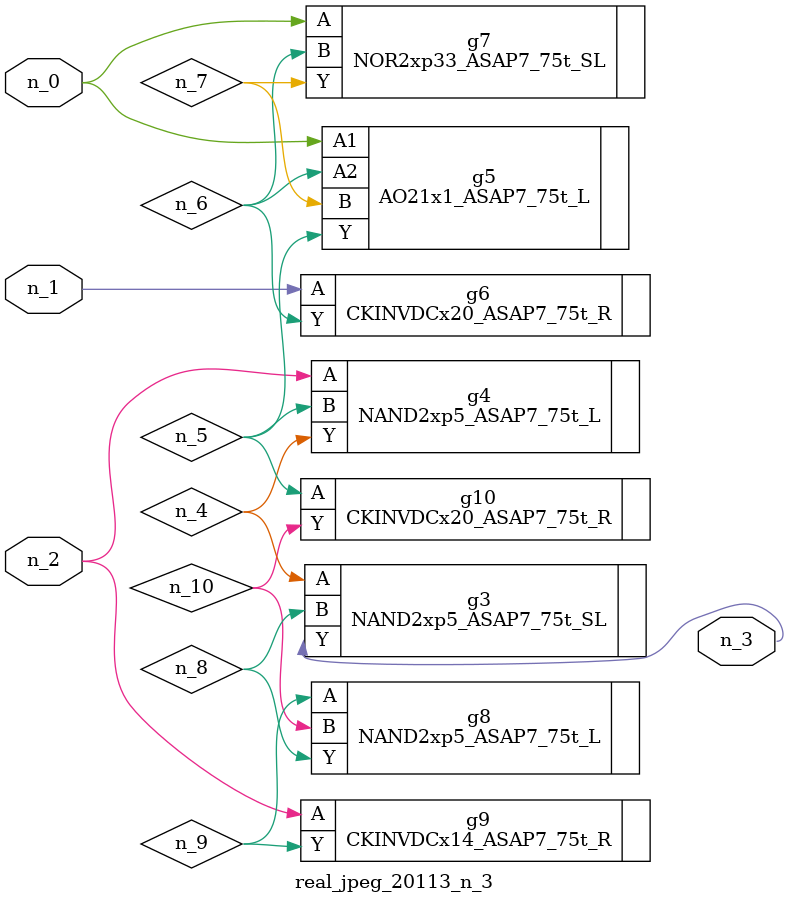
<source format=v>
module real_jpeg_20113_n_3 (n_1, n_0, n_2, n_3);

input n_1;
input n_0;
input n_2;

output n_3;

wire n_5;
wire n_4;
wire n_8;
wire n_6;
wire n_7;
wire n_10;
wire n_9;

AO21x1_ASAP7_75t_L g5 ( 
.A1(n_0),
.A2(n_6),
.B(n_7),
.Y(n_5)
);

NOR2xp33_ASAP7_75t_SL g7 ( 
.A(n_0),
.B(n_6),
.Y(n_7)
);

CKINVDCx20_ASAP7_75t_R g6 ( 
.A(n_1),
.Y(n_6)
);

NAND2xp5_ASAP7_75t_L g4 ( 
.A(n_2),
.B(n_5),
.Y(n_4)
);

CKINVDCx14_ASAP7_75t_R g9 ( 
.A(n_2),
.Y(n_9)
);

NAND2xp5_ASAP7_75t_SL g3 ( 
.A(n_4),
.B(n_8),
.Y(n_3)
);

CKINVDCx20_ASAP7_75t_R g10 ( 
.A(n_5),
.Y(n_10)
);

NAND2xp5_ASAP7_75t_L g8 ( 
.A(n_9),
.B(n_10),
.Y(n_8)
);


endmodule
</source>
